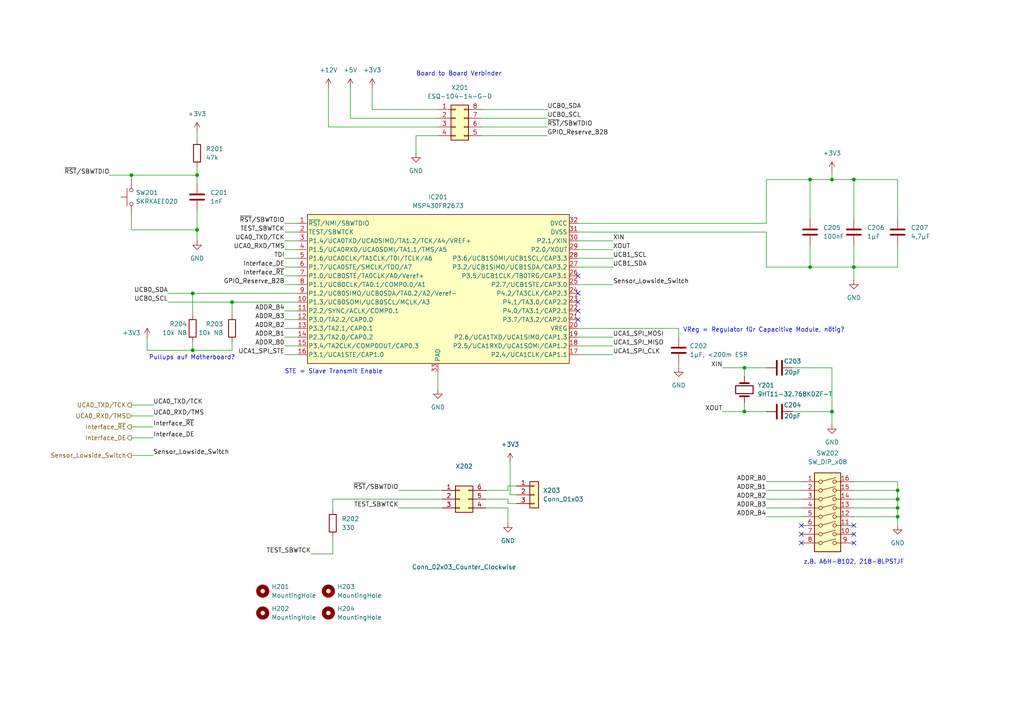
<source format=kicad_sch>
(kicad_sch (version 20211123) (generator eeschema)
  (paper "A4")
  (lib_symbols
    (symbol "Connector_Generic:Conn_01x03" (pin_names (offset 1.016) hide)
      (property "Reference" "J" (at 0 5.08 0))
      (property "Value" "Conn_01x03" (at 0 -5.08 0))
      (symbol "Conn_01x03_1_1"
        (rectangle (start -1.27 -2.413) (end 0 -2.667) (stroke (width 0.1524)))
        (rectangle (start -1.27 0.127) (end 0 -0.127) (stroke (width 0.1524)))
        (rectangle (start -1.27 2.667) (end 0 2.413) (stroke (width 0.1524)))
        (rectangle (start -1.27 3.81) (end 1.27 -3.81) (stroke (width 0.254)) (fill (type background)))
        (pin passive line (at -5.08 2.54 0) (length 3.81) (name "Pin_1") (number "1"))
        (pin passive line (at -5.08 0 0) (length 3.81) (name "Pin_2") (number "2"))
        (pin passive line (at -5.08 -2.54 0) (length 3.81) (name "Pin_3") (number "3"))
      )
    )
    (symbol "Connector_Generic:Conn_02x03_Counter_Clockwise" (pin_names (offset 1.016) hide)
      (property "Reference" "J" (at 1.27 5.08 0))
      (property "Value" "Conn_02x03_Counter_Clockwise" (at 1.27 -5.08 0))
      (symbol "Conn_02x03_Counter_Clockwise_1_1"
        (rectangle (start -1.27 -2.413) (end 0 -2.667) (stroke (width 0.1524)))
        (rectangle (start -1.27 0.127) (end 0 -0.127) (stroke (width 0.1524)))
        (rectangle (start -1.27 2.667) (end 0 2.413) (stroke (width 0.1524)))
        (rectangle (start -1.27 3.81) (end 3.81 -3.81) (stroke (width 0.254)) (fill (type background)))
        (rectangle (start 3.81 -2.413) (end 2.54 -2.667) (stroke (width 0.1524)))
        (rectangle (start 3.81 0.127) (end 2.54 -0.127) (stroke (width 0.1524)))
        (rectangle (start 3.81 2.667) (end 2.54 2.413) (stroke (width 0.1524)))
        (pin passive line (at -5.08 2.54 0) (length 3.81) (name "Pin_1") (number "1"))
        (pin passive line (at -5.08 0 0) (length 3.81) (name "Pin_2") (number "2"))
        (pin passive line (at -5.08 -2.54 0) (length 3.81) (name "Pin_3") (number "3"))
        (pin passive line (at 7.62 -2.54 180) (length 3.81) (name "Pin_4") (number "4"))
        (pin passive line (at 7.62 0 180) (length 3.81) (name "Pin_5") (number "5"))
        (pin passive line (at 7.62 2.54 180) (length 3.81) (name "Pin_6") (number "6"))
      )
    )
    (symbol "Connector_Generic:Conn_02x04_Counter_Clockwise" (pin_names (offset 1.016) hide)
      (property "Reference" "J" (at 1.27 5.08 0))
      (property "Value" "Conn_02x04_Counter_Clockwise" (at 1.27 -7.62 0))
      (symbol "Conn_02x04_Counter_Clockwise_1_1"
        (rectangle (start -1.27 -4.953) (end 0 -5.207) (stroke (width 0.1524)))
        (rectangle (start -1.27 -2.413) (end 0 -2.667) (stroke (width 0.1524)))
        (rectangle (start -1.27 0.127) (end 0 -0.127) (stroke (width 0.1524)))
        (rectangle (start -1.27 2.667) (end 0 2.413) (stroke (width 0.1524)))
        (rectangle (start -1.27 3.81) (end 3.81 -6.35) (stroke (width 0.254)) (fill (type background)))
        (rectangle (start 3.81 -4.953) (end 2.54 -5.207) (stroke (width 0.1524)))
        (rectangle (start 3.81 -2.413) (end 2.54 -2.667) (stroke (width 0.1524)))
        (rectangle (start 3.81 0.127) (end 2.54 -0.127) (stroke (width 0.1524)))
        (rectangle (start 3.81 2.667) (end 2.54 2.413) (stroke (width 0.1524)))
        (pin passive line (at -5.08 2.54 0) (length 3.81) (name "Pin_1") (number "1"))
        (pin passive line (at -5.08 0 0) (length 3.81) (name "Pin_2") (number "2"))
        (pin passive line (at -5.08 -2.54 0) (length 3.81) (name "Pin_3") (number "3"))
        (pin passive line (at -5.08 -5.08 0) (length 3.81) (name "Pin_4") (number "4"))
        (pin passive line (at 7.62 -5.08 180) (length 3.81) (name "Pin_5") (number "5"))
        (pin passive line (at 7.62 -2.54 180) (length 3.81) (name "Pin_6") (number "6"))
        (pin passive line (at 7.62 0 180) (length 3.81) (name "Pin_7") (number "7"))
        (pin passive line (at 7.62 2.54 180) (length 3.81) (name "Pin_8") (number "8"))
      )
    )
    (symbol "Device:C" (pin_numbers hide) (pin_names (offset 0.254))
      (property "Reference" "C" (at 0.635 2.54 0))
      (property "Value" "C" (at 0.635 -2.54 0))
      (symbol "C_0_1"
        (polyline (pts (xy -2.032 -0.762) (xy 2.032 -0.762)) (stroke (width 0.508)))
        (polyline (pts (xy -2.032 0.762) (xy 2.032 0.762)) (stroke (width 0.508)))
      )
      (symbol "C_1_1"
        (pin passive line (at 0 3.81 270) (length 2.794) (name "~") (number "1"))
        (pin passive line (at 0 -3.81 90) (length 2.794) (name "~") (number "2"))
      )
    )
    (symbol "Device:Crystal" (pin_numbers hide) (pin_names (offset 1.016) hide)
      (property "Reference" "Y" (at 0 3.81 0))
      (property "Value" "Crystal" (at 0 -3.81 0))
      (symbol "Crystal_0_1"
        (rectangle (start -1.143 2.54) (end 1.143 -2.54) (stroke (width 0.3048)))
        (polyline (pts (xy -2.54 0) (xy -1.905 0)))
        (polyline (pts (xy -1.905 -1.27) (xy -1.905 1.27)) (stroke (width 0.508)))
        (polyline (pts (xy 1.905 -1.27) (xy 1.905 1.27)) (stroke (width 0.508)))
        (polyline (pts (xy 2.54 0) (xy 1.905 0)))
      )
      (symbol "Crystal_1_1"
        (pin passive line (at -3.81 0 0) (length 1.27) (name "1") (number "1"))
        (pin passive line (at 3.81 0 180) (length 1.27) (name "2") (number "2"))
      )
    )
    (symbol "Device:R" (pin_numbers hide) (pin_names (offset 0))
      (property "Reference" "R" (at 2.032 0 90))
      (property "Value" "R" (at 0 0 90))
      (symbol "R_0_1"
        (rectangle (start -1.016 -2.54) (end 1.016 2.54) (stroke (width 0.254)))
      )
      (symbol "R_1_1"
        (pin passive line (at 0 3.81 270) (length 1.27) (name "~") (number "1"))
        (pin passive line (at 0 -3.81 90) (length 1.27) (name "~") (number "2"))
      )
    )
    (symbol "HER_Symbole:MSP430FR267*"
      (property "Reference" "U?" (at 39.42 2.54 0))
      (property "Value" "MSP430FR267*" (at 39.42 0 0))
      (symbol "MSP430FR267*_0_1"
        (rectangle (start 0.254 -2.54) (end 76.2 -45.72) (stroke (width 0.2)) (fill (type background)))
      )
      (symbol "MSP430FR267*_1_1"
        (pin bidirectional line (at -2.54 -5.08 0) (length 2.54) (name "~{RST}/NMI/SBWTDIO") (number "1"))
        (pin bidirectional line (at -2.54 -27.94 0) (length 2.54) (name "P1.3/UCB0SOMI/UCB0SCL/MCLK/A3") (number "10"))
        (pin bidirectional line (at -2.54 -30.48 0) (length 2.54) (name "P2.2/SYNC/ACLK/COMP0.1") (number "11"))
        (pin bidirectional line (at -2.54 -33.02 0) (length 2.54) (name "P3.0/TA2.2/CAP0.0") (number "12"))
        (pin bidirectional line (at -2.54 -35.56 0) (length 2.54) (name "P3.3/TA2.1/CAP0.1") (number "13"))
        (pin bidirectional line (at -2.54 -38.1 0) (length 2.54) (name "P2.3/TA2.0/CAP0.2") (number "14"))
        (pin bidirectional line (at -2.54 -40.64 0) (length 2.54) (name "P3.4/TA2CLK/COMP0OUT/CAP0.3") (number "15"))
        (pin bidirectional line (at -2.54 -43.18 0) (length 2.54) (name "P3.1/UCA1STE/CAP1.0") (number "16"))
        (pin bidirectional line (at 78.74 -43.18 180) (length 2.54) (name "P2.4/UCA1CLK/CAP1.1") (number "17"))
        (pin bidirectional line (at 78.74 -40.64 180) (length 2.54) (name "P2.5/UCA1RXD/UCA1SOMI/CAP1.2") (number "18"))
        (pin bidirectional line (at 78.74 -38.1 180) (length 2.54) (name "P2.6/UCA1TXD/UCA1SIMO/CAP1.3") (number "19"))
        (pin bidirectional line (at -2.54 -7.62 0) (length 2.54) (name "TEST/SBWTCK") (number "2"))
        (pin bidirectional line (at 78.74 -35.56 180) (length 2.54) (name "VREG") (number "20"))
        (pin bidirectional line (at 78.74 -33.02 180) (length 2.54) (name "P3.7/TA3.2/CAP2.0") (number "21"))
        (pin bidirectional line (at 78.74 -30.48 180) (length 2.54) (name "P4.0/TA3.1/CAP2.1") (number "22"))
        (pin bidirectional line (at 78.74 -27.94 180) (length 2.54) (name "P4.1/TA3.0/CAP2.2") (number "23"))
        (pin bidirectional line (at 78.74 -25.4 180) (length 2.54) (name "P4.2/TA3CLK/CAP2.3") (number "24"))
        (pin bidirectional line (at 78.74 -22.86 180) (length 2.54) (name "P2.7/UCB1STE/CAP3.0") (number "25"))
        (pin bidirectional line (at 78.74 -20.32 180) (length 2.54) (name "P3.5/UCB1CLK/TB0TRG/CAP3.1") (number "26"))
        (pin bidirectional line (at 78.74 -17.78 180) (length 2.54) (name "P3.2/UCB1SIMO/UCB1SDA/CAP3.2") (number "27"))
        (pin bidirectional line (at 78.74 -15.24 180) (length 2.54) (name "P3.6/UCB1SOMI/UCB1SCL/CAP3.3") (number "28"))
        (pin bidirectional line (at 78.74 -12.7 180) (length 2.54) (name "P2.0/XOUT") (number "29"))
        (pin bidirectional line (at -2.54 -10.16 0) (length 2.54) (name "P1.4/UCA0TXD/UCA0SIMO/TA1.2/TCK/A4/VREF+") (number "3"))
        (pin bidirectional line (at 78.74 -10.16 180) (length 2.54) (name "P2.1/XIN") (number "30"))
        (pin power_in line (at 78.74 -7.62 180) (length 2.54) (name "DVSS") (number "31"))
        (pin power_in line (at 78.74 -5.08 180) (length 2.54) (name "DVCC") (number "32"))
        (pin power_in line (at 38.1 -48.26 90) (length 2.54) (name "PAD") (number "33"))
        (pin bidirectional line (at -2.54 -12.7 0) (length 2.54) (name "P1.5/UCA0RXD/UCA0SOMI/TA1.1/TMS/A5") (number "4"))
        (pin bidirectional line (at -2.54 -15.24 0) (length 2.54) (name "P1.6/UCA0CLK/TA1CLK/TDI/TCLK/A6") (number "5"))
        (pin bidirectional line (at -2.54 -17.78 0) (length 2.54) (name "P1.7/UCA0STE/SMCLK/TDO/A7") (number "6"))
        (pin bidirectional line (at -2.54 -20.32 0) (length 2.54) (name "P1.0/UCB0STE/TA0CLK/A0/Veref+") (number "7"))
        (pin bidirectional line (at -2.54 -22.86 0) (length 2.54) (name "P1.1/UCB0CLK/TA0.1/COMP0.0/A1") (number "8"))
        (pin bidirectional line (at -2.54 -25.4 0) (length 2.54) (name "P1.2/UCB0SIMO/UCB0SDA/TA0.2/A2/Veref-") (number "9"))
      )
    )
    (symbol "Mechanical:MountingHole" (pin_names (offset 1.016))
      (property "Reference" "H" (at 0 5.08 0))
      (property "Value" "MountingHole" (at 0 3.175 0))
      (symbol "MountingHole_0_1"
        (circle (center 0 0) (radius 1.27) (stroke (width 1.27)))
      )
    )
    (symbol "Switch:SW_DIP_x08" (pin_names (offset 0) hide)
      (property "Reference" "SW" (at 0 13.97 0))
      (property "Value" "SW_DIP_x08" (at 0 -11.43 0))
      (symbol "SW_DIP_x08_0_0"
        (circle (center -2.032 -7.62) (radius 0.508))
        (circle (center -2.032 -5.08) (radius 0.508))
        (circle (center -2.032 -2.54) (radius 0.508))
        (circle (center -2.032 0) (radius 0.508))
        (circle (center -2.032 2.54) (radius 0.508))
        (circle (center -2.032 5.08) (radius 0.508))
        (circle (center -2.032 7.62) (radius 0.508))
        (circle (center -2.032 10.16) (radius 0.508))
        (polyline (pts (xy -1.524 -7.4676) (xy 2.3622 -6.4262)))
        (polyline (pts (xy -1.524 -4.9276) (xy 2.3622 -3.8862)))
        (polyline (pts (xy -1.524 -2.3876) (xy 2.3622 -1.3462)))
        (polyline (pts (xy -1.524 0.127) (xy 2.3622 1.1684)))
        (polyline (pts (xy -1.524 2.667) (xy 2.3622 3.7084)))
        (polyline (pts (xy -1.524 5.207) (xy 2.3622 6.2484)))
        (polyline (pts (xy -1.524 7.747) (xy 2.3622 8.7884)))
        (polyline (pts (xy -1.524 10.287) (xy 2.3622 11.3284)))
        (circle (center 2.032 -7.62) (radius 0.508))
        (circle (center 2.032 -5.08) (radius 0.508))
        (circle (center 2.032 -2.54) (radius 0.508))
        (circle (center 2.032 0) (radius 0.508))
        (circle (center 2.032 2.54) (radius 0.508))
        (circle (center 2.032 5.08) (radius 0.508))
        (circle (center 2.032 7.62) (radius 0.508))
        (circle (center 2.032 10.16) (radius 0.508))
      )
      (symbol "SW_DIP_x08_0_1"
        (rectangle (start -3.81 12.7) (end 3.81 -10.16) (stroke (width 0.254)) (fill (type background)))
      )
      (symbol "SW_DIP_x08_1_1"
        (pin passive line (at -7.62 10.16 0) (length 5.08) (name "~") (number "1"))
        (pin passive line (at 7.62 -5.08 180) (length 5.08) (name "~") (number "10"))
        (pin passive line (at 7.62 -2.54 180) (length 5.08) (name "~") (number "11"))
        (pin passive line (at 7.62 0 180) (length 5.08) (name "~") (number "12"))
        (pin passive line (at 7.62 2.54 180) (length 5.08) (name "~") (number "13"))
        (pin passive line (at 7.62 5.08 180) (length 5.08) (name "~") (number "14"))
        (pin passive line (at 7.62 7.62 180) (length 5.08) (name "~") (number "15"))
        (pin passive line (at 7.62 10.16 180) (length 5.08) (name "~") (number "16"))
        (pin passive line (at -7.62 7.62 0) (length 5.08) (name "~") (number "2"))
        (pin passive line (at -7.62 5.08 0) (length 5.08) (name "~") (number "3"))
        (pin passive line (at -7.62 2.54 0) (length 5.08) (name "~") (number "4"))
        (pin passive line (at -7.62 0 0) (length 5.08) (name "~") (number "5"))
        (pin passive line (at -7.62 -2.54 0) (length 5.08) (name "~") (number "6"))
        (pin passive line (at -7.62 -5.08 0) (length 5.08) (name "~") (number "7"))
        (pin passive line (at -7.62 -7.62 0) (length 5.08) (name "~") (number "8"))
        (pin passive line (at 7.62 -7.62 180) (length 5.08) (name "~") (number "9"))
      )
    )
    (symbol "Switch:SW_Push" (pin_numbers hide) (pin_names (offset 1.016) hide)
      (property "Reference" "SW" (at 1.27 2.54 0))
      (property "Value" "SW_Push" (at 0 -1.524 0))
      (symbol "SW_Push_0_1"
        (circle (center -2.032 0) (radius 0.508))
        (polyline (pts (xy 0 1.27) (xy 0 3.048)))
        (polyline (pts (xy 2.54 1.27) (xy -2.54 1.27)))
        (circle (center 2.032 0) (radius 0.508))
        (pin passive line (at -5.08 0 0) (length 2.54) (name "1") (number "1"))
        (pin passive line (at 5.08 0 180) (length 2.54) (name "2") (number "2"))
      )
    )
    (symbol "power:+12V" (power) (pin_names (offset 0))
      (property "Value" "+12V" (at 0 3.556 0))
      (symbol "+12V_0_1"
        (polyline (pts (xy -0.762 1.27) (xy 0 2.54)))
        (polyline (pts (xy 0 0) (xy 0 2.54)))
        (polyline (pts (xy 0 2.54) (xy 0.762 1.27)))
      )
      (symbol "+12V_1_1"
        (pin power_in line (at 0 0 90) (length 0) hide (name "+12V") (number "1"))
      )
    )
    (symbol "power:+3.3V" (power) (pin_names (offset 0))
      (property "Value" "+3.3V" (at 0 3.556 0))
      (symbol "+3.3V_0_1"
        (polyline (pts (xy -0.762 1.27) (xy 0 2.54)))
        (polyline (pts (xy 0 0) (xy 0 2.54)))
        (polyline (pts (xy 0 2.54) (xy 0.762 1.27)))
      )
      (symbol "+3.3V_1_1"
        (pin power_in line (at 0 0 90) (length 0) hide (name "+3V3") (number "1"))
      )
    )
    (symbol "power:+3V3" (power) (pin_names (offset 0))
      (property "Value" "+3V3" (at 0 3.556 0))
      (symbol "+3V3_0_1"
        (polyline (pts (xy -0.762 1.27) (xy 0 2.54)))
        (polyline (pts (xy 0 0) (xy 0 2.54)))
        (polyline (pts (xy 0 2.54) (xy 0.762 1.27)))
      )
      (symbol "+3V3_1_1"
        (pin power_in line (at 0 0 90) (length 0) hide (name "+3V3") (number "1"))
      )
    )
    (symbol "power:+5V" (power) (pin_names (offset 0))
      (property "Value" "+5V" (at 0 3.556 0))
      (symbol "+5V_0_1"
        (polyline (pts (xy -0.762 1.27) (xy 0 2.54)))
        (polyline (pts (xy 0 0) (xy 0 2.54)))
        (polyline (pts (xy 0 2.54) (xy 0.762 1.27)))
      )
      (symbol "+5V_1_1"
        (pin power_in line (at 0 0 90) (length 0) hide (name "+5V") (number "1"))
      )
    )
    (symbol "power:GND" (power) (pin_names (offset 0))
      (property "Value" "GND" (at 0 -3.81 0))
      (symbol "GND_0_1"
        (polyline (pts (xy 0 0) (xy 0 -1.27) (xy 1.27 -1.27) (xy 0 -2.54) (xy -1.27 -1.27) (xy 0 -1.27)))
      )
      (symbol "GND_1_1"
        (pin power_in line (at 0 0 270) (length 0) hide (name "GND") (number "1"))
      )
    )
  )
  (junction (at 260.35 147.32))
  (junction (at 234.95 52.07))
  (junction (at 57.15 66.675))
  (junction (at 67.31 87.63))
  (junction (at 241.3 52.07))
  (junction (at 215.9 119.38))
  (junction (at 260.35 142.24))
  (junction (at 57.15 50.8))
  (junction (at 38.1 50.8))
  (junction (at 260.35 149.86))
  (junction (at 241.3 119.38))
  (junction (at 234.95 77.47))
  (junction (at 260.35 144.78))
  (junction (at 55.88 85.09))
  (junction (at 55.88 101.6))
  (junction (at 215.9 106.68))
  (junction (at 247.65 52.07))
  (junction (at 247.65 77.47))
  (no_connect (at 247.65 154.94))
  (no_connect (at 167.64 80.01))
  (no_connect (at 167.64 85.09))
  (no_connect (at 232.41 152.4))
  (no_connect (at 232.41 154.94))
  (no_connect (at 232.41 157.48))
  (no_connect (at 167.64 92.71))
  (no_connect (at 167.64 87.63))
  (no_connect (at 167.64 90.17))
  (no_connect (at 247.65 157.48))
  (no_connect (at 247.65 152.4))
  (wire (pts (xy 31.75 50.8) (xy 38.1 50.8)))
  (wire (pts (xy 139.7 34.29) (xy 158.75 34.29)))
  (wire (pts (xy 82.55 82.55) (xy 86.36 82.55)))
  (wire (pts (xy 42.6721 97.79) (xy 42.6721 101.6)))
  (wire (pts (xy 55.88 85.09) (xy 86.36 85.09)))
  (wire (pts (xy 82.55 80.01) (xy 86.36 80.01)))
  (wire (pts (xy 127 31.75) (xy 107.95 31.75)))
  (wire (pts (xy 260.35 139.7) (xy 260.35 142.24)))
  (wire (pts (xy 101.6 25.4) (xy 101.6 34.29)))
  (wire (pts (xy 222.25 77.47) (xy 234.95 77.47)))
  (wire (pts (xy 55.88 99.06) (xy 55.88 101.6)))
  (wire (pts (xy 82.55 77.47) (xy 86.36 77.47)))
  (wire (pts (xy 234.95 52.07) (xy 241.3 52.07)))
  (wire (pts (xy 247.65 142.24) (xy 260.35 142.24)))
  (wire (pts (xy 167.64 69.85) (xy 177.8 69.85)))
  (wire (pts (xy 232.41 147.32) (xy 222.25 147.32)))
  (wire (pts (xy 260.35 52.07) (xy 260.35 63.5)))
  (wire (pts (xy 128.27 147.32) (xy 115.57 147.32)))
  (wire (pts (xy 247.65 52.07) (xy 247.65 63.5)))
  (wire (pts (xy 127 34.29) (xy 101.6 34.29)))
  (wire (pts (xy 232.41 139.7) (xy 222.25 139.7)))
  (wire (pts (xy 48.7045 85.09) (xy 55.88 85.09)))
  (wire (pts (xy 140.97 147.32) (xy 147.32 147.32)))
  (wire (pts (xy 196.85 95.25) (xy 196.85 97.79)))
  (wire (pts (xy 139.7 39.37) (xy 158.75 39.37)))
  (wire (pts (xy 167.64 77.47) (xy 177.8 77.47)))
  (wire (pts (xy 120.65 39.37) (xy 120.65 44.45)))
  (wire (pts (xy 232.41 149.86) (xy 222.25 149.86)))
  (wire (pts (xy 139.7 31.75) (xy 158.75 31.75)))
  (wire (pts (xy 260.35 147.32) (xy 260.35 149.86)))
  (wire (pts (xy 82.55 97.79) (xy 86.36 97.79)))
  (wire (pts (xy 215.9 119.38) (xy 222.25 119.38)))
  (wire (pts (xy 57.15 66.675) (xy 57.15 69.85)))
  (wire (pts (xy 82.55 67.31) (xy 86.36 67.31)))
  (wire (pts (xy 247.65 77.47) (xy 234.95 77.47)))
  (wire (pts (xy 38.1 123.825) (xy 44.45 123.825)))
  (wire (pts (xy 167.64 64.77) (xy 222.25 64.77)))
  (wire (pts (xy 241.3 119.38) (xy 241.3 123.19)))
  (wire (pts (xy 67.31 87.63) (xy 67.31 91.44)))
  (wire (pts (xy 48.7045 87.63) (xy 67.31 87.63)))
  (wire (pts (xy 247.65 52.07) (xy 260.35 52.07)))
  (wire (pts (xy 38.1 132.08) (xy 44.45 132.08)))
  (wire (pts (xy 260.35 77.47) (xy 247.65 77.47)))
  (wire (pts (xy 82.55 64.77) (xy 86.36 64.77)))
  (wire (pts (xy 222.25 64.77) (xy 222.25 52.07)))
  (wire (pts (xy 96.52 144.78) (xy 128.27 144.78)))
  (wire (pts (xy 82.55 72.39) (xy 86.36 72.39)))
  (wire (pts (xy 149.86 140.97) (xy 147.32 140.97)))
  (wire (pts (xy 260.35 149.86) (xy 260.35 152.4)))
  (wire (pts (xy 247.65 77.47) (xy 247.65 81.28)))
  (wire (pts (xy 260.35 144.78) (xy 260.35 147.32)))
  (wire (pts (xy 82.55 74.93) (xy 86.36 74.93)))
  (wire (pts (xy 38.1 127) (xy 44.45 127)))
  (wire (pts (xy 167.64 95.25) (xy 196.85 95.25)))
  (wire (pts (xy 149.86 143.51) (xy 147.955 143.51)))
  (wire (pts (xy 222.25 67.31) (xy 222.25 77.47)))
  (wire (pts (xy 127 107.95) (xy 127 113.03)))
  (wire (pts (xy 241.3 49.53) (xy 241.3 52.07)))
  (wire (pts (xy 167.64 102.87) (xy 177.8 102.87)))
  (wire (pts (xy 55.88 85.09) (xy 55.88 91.44)))
  (wire (pts (xy 241.3 106.68) (xy 241.3 119.38)))
  (wire (pts (xy 247.65 139.7) (xy 260.35 139.7)))
  (wire (pts (xy 107.95 25.4) (xy 107.95 31.75)))
  (wire (pts (xy 247.65 77.47) (xy 247.65 71.12)))
  (wire (pts (xy 167.64 72.39) (xy 177.8 72.39)))
  (wire (pts (xy 149.86 146.05) (xy 147.32 146.05)))
  (wire (pts (xy 247.65 147.32) (xy 260.35 147.32)))
  (wire (pts (xy 82.55 92.71) (xy 86.36 92.71)))
  (wire (pts (xy 167.64 100.33) (xy 177.8 100.33)))
  (wire (pts (xy 38.1 117.475) (xy 44.45 117.475)))
  (wire (pts (xy 127 39.37) (xy 120.65 39.37)))
  (wire (pts (xy 229.87 106.68) (xy 241.3 106.68)))
  (wire (pts (xy 90.17 160.655) (xy 96.52 160.655)))
  (wire (pts (xy 96.52 144.78) (xy 96.52 147.955)))
  (wire (pts (xy 57.15 60.96) (xy 57.15 66.675)))
  (wire (pts (xy 140.97 142.24) (xy 147.32 142.24)))
  (wire (pts (xy 82.55 100.33) (xy 86.36 100.33)))
  (wire (pts (xy 38.1 66.675) (xy 57.15 66.675)))
  (wire (pts (xy 95.25 25.4) (xy 95.25 36.83)))
  (wire (pts (xy 86.36 90.17) (xy 82.55 90.17)))
  (wire (pts (xy 38.1 50.8) (xy 38.1 52.07)))
  (wire (pts (xy 139.7 36.83) (xy 158.75 36.83)))
  (wire (pts (xy 260.35 71.12) (xy 260.35 77.47)))
  (wire (pts (xy 147.32 144.78) (xy 140.97 144.78)))
  (wire (pts (xy 241.3 119.38) (xy 229.87 119.38)))
  (wire (pts (xy 57.15 38.1) (xy 57.15 40.64)))
  (wire (pts (xy 57.15 48.26) (xy 57.15 50.8)))
  (wire (pts (xy 38.1 50.8) (xy 57.15 50.8)))
  (wire (pts (xy 147.32 147.32) (xy 147.32 151.765)))
  (wire (pts (xy 167.64 74.93) (xy 177.8 74.93)))
  (wire (pts (xy 232.41 142.24) (xy 222.25 142.24)))
  (wire (pts (xy 147.955 133.985) (xy 147.955 143.51)))
  (wire (pts (xy 38.1 62.23) (xy 38.1 66.675)))
  (wire (pts (xy 42.6721 101.6) (xy 55.88 101.6)))
  (wire (pts (xy 55.88 101.6) (xy 67.3101 101.6)))
  (wire (pts (xy 222.25 52.07) (xy 234.95 52.07)))
  (wire (pts (xy 260.35 149.86) (xy 247.65 149.86)))
  (wire (pts (xy 167.64 97.79) (xy 177.8 97.79)))
  (wire (pts (xy 215.9 106.68) (xy 215.9 109.22)))
  (wire (pts (xy 260.35 142.24) (xy 260.35 144.78)))
  (wire (pts (xy 241.3 52.07) (xy 247.65 52.07)))
  (wire (pts (xy 38.1 120.65) (xy 44.45 120.65)))
  (wire (pts (xy 147.32 146.05) (xy 147.32 144.78)))
  (wire (pts (xy 167.64 67.31) (xy 222.25 67.31)))
  (wire (pts (xy 209.55 106.68) (xy 215.9 106.68)))
  (wire (pts (xy 127 36.83) (xy 95.25 36.83)))
  (wire (pts (xy 167.64 82.55) (xy 177.8 82.55)))
  (wire (pts (xy 209.55 119.38) (xy 215.9 119.38)))
  (wire (pts (xy 215.9 116.84) (xy 215.9 119.38)))
  (wire (pts (xy 82.55 102.87) (xy 86.36 102.87)))
  (wire (pts (xy 82.55 95.25) (xy 86.36 95.25)))
  (wire (pts (xy 96.52 155.575) (xy 96.52 160.655)))
  (wire (pts (xy 260.35 144.78) (xy 247.65 144.78)))
  (wire (pts (xy 67.31 99.06) (xy 67.3101 101.6)))
  (wire (pts (xy 115.57 142.24) (xy 128.27 142.24)))
  (wire (pts (xy 82.55 69.85) (xy 86.36 69.85)))
  (wire (pts (xy 147.32 140.97) (xy 147.32 142.24)))
  (wire (pts (xy 196.85 105.41) (xy 196.85 106.68)))
  (wire (pts (xy 234.95 77.47) (xy 234.95 71.12)))
  (wire (pts (xy 57.15 50.8) (xy 57.15 53.34)))
  (wire (pts (xy 232.41 144.78) (xy 222.25 144.78)))
  (wire (pts (xy 67.31 87.63) (xy 86.36 87.63)))
  (wire (pts (xy 215.9 106.68) (xy 222.25 106.68)))
  (wire (pts (xy 234.95 52.07) (xy 234.95 63.5)))
  (text "STE = Slave Transmit Enable" (at 82.55 108.585 0) (effects (font (size 1.27 1.27)) (justify left bottom)))
  (text "Pullups auf Motherboard?" (at 43.18 104.521 0) (effects (font (size 1.27 1.27)) (justify left bottom)))
  (text "Board to Board Verbinder\n" (at 120.65 22.225 0) (effects (font (size 1.27 1.27)) (justify left bottom)))
  (text "z.B. A6H-8102, 218-8LPSTJF\n" (at 233.045 163.83 0) (effects (font (size 1.27 1.27)) (justify left bottom)))
  (text "VReg = Regulator für Capacitive Module, nötig?" (at 198.12 96.52 0) (effects (font (size 1.27 1.27)) (justify left bottom)))
  (label "XIN" (at 177.8 69.85 0))
  (label "Sensor_Lowside_Switch" (at 44.45 132.08 0))
  (label "UCA1_SPI_STE" (at 82.55 102.87 180))
  (label "Interface_DE" (at 82.55 77.47 180))
  (label "UCB0_SDA" (at 48.7045 85.09 180))
  (label "UCA0_TXD{slash}TCK" (at 82.55 69.85 180))
  (label "ADDR_B0" (at 82.55 100.33 180))
  (label "XOUT" (at 209.55 119.38 180))
  (label "~{RST}{slash}SBWTDIO" (at 31.75 50.8 180))
  (label "Interface_~{RE}" (at 82.55 80.01 180))
  (label "UCB0_SDA" (at 158.75 31.75 0))
  (label "~{RST}{slash}SBWTDIO" (at 158.75 36.83 0))
  (label "ADDR_B2" (at 82.55 95.25 180))
  (label "UCB1_SCL" (at 177.8 74.93 0))
  (label "UCA0_TXD{slash}TCK" (at 44.45 117.475 0))
  (label "ADDR_B0" (at 222.25 139.7 180))
  (label "TEST_SBWTCK" (at 82.55 67.31 180))
  (label "Interface_~{RE}" (at 44.45 123.825 0))
  (label "~{RST}{slash}SBWTDIO" (at 115.57 142.24 180))
  (label "UCA0_RXD{slash}TMS" (at 82.55 72.39 180))
  (label "UCB1_SDA" (at 177.8 77.47 0))
  (label "GPIO_Reserve_B2B" (at 158.75 39.37 0))
  (label "ADDR_B3" (at 82.55 92.71 180))
  (label "UCB0_SCL" (at 158.75 34.29 0))
  (label "GPIO_Reserve_B2B" (at 82.55 82.55 180))
  (label "~{RST}{slash}SBWTDIO" (at 82.55 64.77 180))
  (label "TEST_SBWTCK" (at 90.17 160.655 180))
  (label "UCA0_RXD{slash}TMS" (at 44.45 120.65 0))
  (label "UCA1_SPI_MISO" (at 177.8 100.33 0))
  (label "ADDR_B2" (at 222.25 144.78 180))
  (label "TDI" (at 82.55 74.93 180))
  (label "ADDR_B1" (at 82.55 97.79 180))
  (label "XOUT" (at 177.8 72.39 0))
  (label "ADDR_B4" (at 222.25 149.86 180))
  (label "ADDR_B3" (at 222.25 147.32 180))
  (label "Sensor_Lowside_Switch" (at 177.8 82.55 0))
  (label "UCB0_SCL" (at 48.7045 87.63 180))
  (label "UCA1_SPI_MOSI" (at 177.8 97.79 0))
  (label "XIN" (at 209.55 106.68 180))
  (label "TEST_SBWTCK" (at 115.57 147.32 180))
  (label "UCA1_SPI_CLK" (at 177.8 102.87 0))
  (label "Interface_DE" (at 44.45 127 0))
  (label "ADDR_B1" (at 222.25 142.24 180))
  (label "ADDR_B4" (at 82.55 90.17 180))
  (hierarchical_label "UCA0_TXD{slash}TCK" (shape output) (at 38.1 117.475 180))
  (hierarchical_label "UCA0_RXD{slash}TMS" (shape input) (at 38.1 120.65 180))
  (hierarchical_label "Sensor_Lowside_Switch" (shape output) (at 38.1 132.08 180))
  (hierarchical_label "Interface_DE" (shape output) (at 38.1 127 180))
  (hierarchical_label "Interface_~{RE}" (shape output) (at 38.1 123.825 180))
  (symbol (lib_id "power:+3V3") (at 42.6721 97.79 0) (unit 1)
    (property "Reference" "#PWR0211" (effects hide))
    (property "Value" "+3V3" (at 40.7671 96.5199 0) (effects (justify right)))
  )
  (symbol (lib_id "Switch:SW_Push") (at 38.1 57.15 90) (unit 1)
    (property "Reference" "SW201" (at 39.37 55.8799 90) (effects (justify right)))
    (property "Value" "SKRKAEE020" (at 39.37 58.4199 90) (effects (justify right)))
    (property "Footprint" "Button_Switch_SMD:SW_Push_SPST_NO_Alps_SKRK" (effects hide))
  )
  (symbol (lib_id "Device:C") (at 226.06 106.68 90) (unit 1)
    (property "Reference" "C203" (at 229.87 104.775 90))
    (property "Value" "20pF" (at 229.87 107.95 90))
    (property "Footprint" "Capacitor_SMD:C_0603_1608Metric_Pad1.08x0.95mm_HandSolder" (effects hide))
  )
  (symbol (lib_id "Switch:SW_DIP_x08") (at 240.03 149.86 0) (unit 1)
    (property "Reference" "SW202" (at 240.03 131.445 0))
    (property "Value" "SW_DIP_x08" (at 240.03 133.985 0))
    (property "Footprint" "Button_Switch_SMD:SW_DIP_SPSTx08_Slide_Omron_A6H-8101_W6.15mm_P1.27mm" (effects hide))
    (property "Bauteil" "A6H-8102" (effects hide))
  )
  (symbol (lib_id "power:+3.3V") (at 147.955 133.985 0) (unit 1)
    (property "Reference" "#PWR0209" (effects hide))
    (property "Value" "+3.3V" (at 147.955 128.905 0))
  )
  (symbol (lib_id "power:GND") (at 147.32 151.765 0) (unit 1)
    (property "Reference" "#PWR0208" (effects hide))
    (property "Value" "GND" (at 147.32 156.845 0))
  )
  (symbol (lib_id "Device:C") (at 226.06 119.38 90) (unit 1)
    (property "Reference" "C204" (at 229.87 117.475 90))
    (property "Value" "20pF" (at 229.87 120.65 90))
    (property "Footprint" "Capacitor_SMD:C_0603_1608Metric_Pad1.08x0.95mm_HandSolder" (effects hide))
  )
  (symbol (lib_id "Device:C") (at 247.65 67.31 0) (unit 1)
    (property "Reference" "C206" (at 251.46 66.0399 0) (effects (justify left)))
    (property "Value" "1µF" (at 251.46 68.5799 0) (effects (justify left)))
    (property "Footprint" "Capacitor_SMD:C_0603_1608Metric_Pad1.08x0.95mm_HandSolder" (effects hide))
  )
  (symbol (lib_id "power:GND") (at 241.3 123.19 0) (unit 1)
    (property "Reference" "#PWR0213" (effects hide))
    (property "Value" "GND" (at 241.3 128.27 0))
  )
  (symbol (lib_id "Device:C") (at 196.85 101.6 0) (unit 1)
    (property "Reference" "C202" (at 200.025 100.3299 0) (effects (justify left)))
    (property "Value" "1µF, <200m ESR" (at 200.025 102.8699 0) (effects (justify left)))
    (property "Footprint" "Capacitor_SMD:C_0603_1608Metric_Pad1.08x0.95mm_HandSolder" (effects hide))
  )
  (symbol (lib_id "power:GND") (at 247.65 81.28 0) (unit 1)
    (property "Reference" "#PWR0214" (effects hide))
    (property "Value" "GND" (at 247.65 86.36 0))
  )
  (symbol (lib_id "Device:C") (at 260.35 67.31 0) (unit 1)
    (property "Reference" "C207" (at 264.16 66.0399 0) (effects (justify left)))
    (property "Value" "4,7µF" (at 264.16 68.5799 0) (effects (justify left)))
    (property "Footprint" "Capacitor_SMD:C_0603_1608Metric_Pad1.08x0.95mm_HandSolder" (effects hide))
  )
  (symbol (lib_id "Mechanical:MountingHole") (at 76.2 171.45 0) (unit 1)
    (property "Reference" "H201" (at 78.74 170.1799 0) (effects (justify left)))
    (property "Value" "MountingHole" (at 78.74 172.7199 0) (effects (justify left)))
    (property "Footprint" "MountingHole:MountingHole_2.7mm_M2.5" (effects hide))
  )
  (symbol (lib_id "power:GND") (at 260.35 152.4 0) (unit 1)
    (property "Reference" "#PWR0215" (effects hide))
    (property "Value" "GND" (at 260.35 157.48 0))
  )
  (symbol (lib_id "power:GND") (at 57.15 69.85 0) (unit 1)
    (property "Reference" "#PWR0202" (effects hide))
    (property "Value" "GND" (at 57.15 74.93 0))
  )
  (symbol (lib_id "Connector_Generic:Conn_02x04_Counter_Clockwise") (at 132.08 34.29 0) (unit 1)
    (property "Reference" "X201" (at 133.35 25.4 0))
    (property "Value" "ESQ-104-14-G-D" (at 133.35 27.94 0))
    (property "Footprint" "Connector_PinSocket_2.54mm:PinSocket_2x04_P2.54mm_Vertical" (effects hide))
  )
  (symbol (lib_id "power:+12V") (at 95.25 25.4 0) (unit 1)
    (property "Reference" "#PWR0203" (effects hide))
    (property "Value" "+12V" (at 95.25 20.32 0))
  )
  (symbol (lib_id "Device:C") (at 57.15 57.15 0) (unit 1)
    (property "Reference" "C201" (at 60.96 55.8799 0) (effects (justify left)))
    (property "Value" "1nF" (at 60.96 58.4199 0) (effects (justify left)))
    (property "Footprint" "Capacitor_SMD:C_0603_1608Metric_Pad1.08x0.95mm_HandSolder" (effects hide))
  )
  (symbol (lib_id "power:+3.3V") (at 107.95 25.4 0) (unit 1)
    (property "Reference" "#PWR0205" (effects hide))
    (property "Value" "+3.3V" (at 107.95 20.32 0))
  )
  (symbol (lib_id "Device:R") (at 67.31 95.25 0) (mirror y) (unit 1)
    (property "Reference" "R203" (at 64.77 93.9799 0) (effects (justify left)))
    (property "Value" "10k NB" (at 64.77 96.5199 0) (effects (justify left)))
    (property "Footprint" "Resistor_SMD:R_0603_1608Metric_Pad0.98x0.95mm_HandSolder" (effects hide))
  )
  (symbol (lib_id "Device:R") (at 57.15 44.45 0) (unit 1)
    (property "Reference" "R201" (at 59.69 43.1799 0) (effects (justify left)))
    (property "Value" "47k" (at 59.69 45.7199 0) (effects (justify left)))
    (property "Footprint" "Resistor_SMD:R_0603_1608Metric_Pad0.98x0.95mm_HandSolder" (effects hide))
  )
  (symbol (lib_id "Device:R") (at 55.88 95.25 0) (mirror y) (unit 1)
    (property "Reference" "R204" (at 54.2925 93.98 0) (effects (justify left)))
    (property "Value" "10k NB" (at 54.2925 96.52 0) (effects (justify left)))
    (property "Footprint" "Resistor_SMD:R_0603_1608Metric_Pad0.98x0.95mm_HandSolder" (effects hide))
  )
  (symbol (lib_id "Device:C") (at 234.95 67.31 0) (unit 1)
    (property "Reference" "C205" (at 238.76 66.0399 0) (effects (justify left)))
    (property "Value" "100nF" (at 238.76 68.5799 0) (effects (justify left)))
    (property "Footprint" "Capacitor_SMD:C_0603_1608Metric_Pad1.08x0.95mm_HandSolder" (effects hide))
  )
  (symbol (lib_id "Connector_Generic:Conn_01x03") (at 154.94 143.51 0) (unit 1)
    (property "Reference" "X203" (at 157.48 142.2399 0) (effects (justify left)))
    (property "Value" "Conn_01x03" (at 157.48 144.7799 0) (effects (justify left)))
    (property "Footprint" "Connector_PinHeader_2.54mm:PinHeader_1x03_P2.54mm_Vertical" (effects hide))
  )
  (symbol (lib_id "power:+5V") (at 101.6 25.4 0) (unit 1)
    (property "Reference" "#PWR0204" (effects hide))
    (property "Value" "+5V" (at 101.6 20.32 0))
  )
  (symbol (lib_id "Mechanical:MountingHole") (at 95.25 171.45 0) (unit 1)
    (property "Reference" "H203" (at 97.79 170.1799 0) (effects (justify left)))
    (property "Value" "MountingHole" (at 97.79 172.7199 0) (effects (justify left)))
    (property "Footprint" "MountingHole:MountingHole_2.7mm_M2.5" (effects hide))
  )
  (symbol (lib_id "Mechanical:MountingHole") (at 95.25 177.8 0) (unit 1)
    (property "Reference" "H204" (at 97.79 176.5299 0) (effects (justify left)))
    (property "Value" "MountingHole" (at 97.79 179.0699 0) (effects (justify left)))
    (property "Footprint" "MountingHole:MountingHole_2.7mm_M2.5" (effects hide))
  )
  (symbol (lib_id "power:+3V3") (at 241.3 49.53 0) (unit 1)
    (property "Reference" "#PWR0212" (effects hide))
    (property "Value" "+3V3" (at 241.3 44.45 0))
  )
  (symbol (lib_id "power:GND") (at 196.85 106.68 0) (unit 1)
    (property "Reference" "#PWR0210" (effects hide))
    (property "Value" "GND" (at 196.85 111.76 0))
  )
  (symbol (lib_id "Connector_Generic:Conn_02x03_Counter_Clockwise") (at 133.35 144.78 0) (unit 1)
    (property "Reference" "X202" (at 134.62 135.255 0))
    (property "Value" "Conn_02x03_Counter_Clockwise" (at 134.62 164.465 0))
    (property "Footprint" "Connector_PinHeader_2.54mm:PinHeader_2x03_P2.54mm_Vertical" (effects hide))
  )
  (symbol (lib_id "power:GND") (at 127 113.03 0) (unit 1)
    (property "Reference" "#PWR0207" (effects hide))
    (property "Value" "GND" (at 127 118.11 0))
  )
  (symbol (lib_id "Device:Crystal") (at 215.9 113.03 90) (unit 1)
    (property "Reference" "Y201" (at 219.71 111.7599 90) (effects (justify right)))
    (property "Value" "9HT11-32.768KDZF-T " (at 219.71 114.2999 90) (effects (justify right)))
    (property "Footprint" "Crystal:Crystal_SMD_TXC_9HT11-2Pin_2.0x1.2mm_HandSoldering" (effects hide))
    (property "Bauteil" "9HT11-32.768KDZF-T" (effects hide))
  )
  (symbol (lib_id "Device:R") (at 96.52 151.765 0) (unit 1)
    (property "Reference" "R202" (at 99.06 150.4949 0) (effects (justify left)))
    (property "Value" "330" (at 99.06 153.0349 0) (effects (justify left)))
    (property "Footprint" "Resistor_SMD:R_0603_1608Metric_Pad0.98x0.95mm_HandSolder" (effects hide))
  )
  (symbol (lib_id "power:+3V3") (at 57.15 38.1 0) (unit 1)
    (property "Reference" "#PWR0201" (effects hide))
    (property "Value" "+3V3" (at 57.15 33.02 0))
  )
  (symbol (lib_id "Mechanical:MountingHole") (at 76.2 177.8 0) (unit 1)
    (property "Reference" "H202" (at 78.74 176.5299 0) (effects (justify left)))
    (property "Value" "MountingHole" (at 78.74 179.0699 0) (effects (justify left)))
    (property "Footprint" "MountingHole:MountingHole_2.7mm_M2.5" (effects hide))
  )
  (symbol (lib_id "HER_Symbole:MSP430FR267*") (at 88.9 59.69 0) (unit 1)
    (property "Reference" "IC201" (at 127.05 57.15 0))
    (property "Value" "MSP430FR2673" (at 127.05 59.69 0))
    (property "Footprint" "Package_DFN_QFN:VQFN-32-1EP_5x5mm_P0.5mm_EP3.5x3.5mm" (effects hide))
  )
  (symbol (lib_id "power:GND") (at 120.65 44.45 0) (unit 1)
    (property "Reference" "#PWR0206" (effects hide))
    (property "Value" "GND" (at 120.65 49.53 0))
  )
)
</source>
